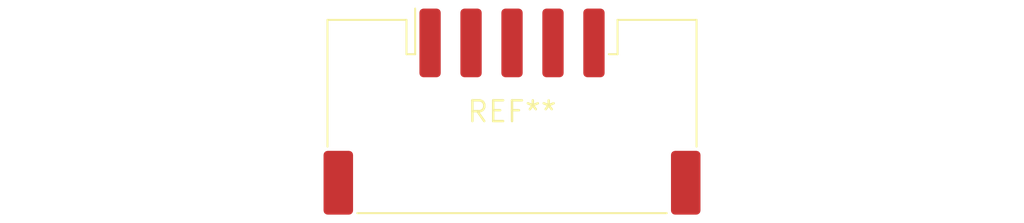
<source format=kicad_pcb>
(kicad_pcb (version 20240108) (generator pcbnew)
  (layers (0 "F.Cu" signal) (31 "B.Cu" signal) (34 "B.Paste" user) (35 "F.Paste" user) (36 "B.SilkS" user "B.Silkscreen") (37 "F.SilkS" user "F.Silkscreen") (38 "B.Mask" user) (39 "F.Mask" user) (44 "Edge.Cuts" user))
  (net 0 "")
  (footprint "JST_XAG_SM05B-XAGKS-BN-TB_1x05-1MP_P2.50mm_Horizontal" (layer "F.Cu") (at 0 0)
    (property "Reference" "REF**")
    (property "Value" "JST_XAG_SM05B-XAGKS-BN-TB_1x05-1MP_P2.50mm_Horizontal")
    (fp_line (start -11.26 -5.61) (end -6.44 -5.61) (layer "F.SilkS") (stroke (width 0.12)))
    (fp_line (start -11.26 2.14) (end -11.26 -5.61) (layer "F.SilkS") (stroke (width 0.12)))
    (fp_line (start -9.44 6.21) (end 9.44 6.21) (layer "F.SilkS") (stroke (width 0.12)))
    (fp_line (start -6.44 -5.61) (end -6.44 -3.51) (layer "F.SilkS") (stroke (width 0.12)))
    (fp_line (start -6.44 -3.51) (end -5.91 -3.51) (layer "F.SilkS") (stroke (width 0.12)))
    (fp_line (start -5.91 -3.51) (end -5.91 -6.3) (layer "F.SilkS") (stroke (width 0.12)))
    (fp_line (start 6.44 -5.61) (end 6.44 -3.51) (layer "F.SilkS") (stroke (width 0.12)))
    (fp_line (start 6.44 -3.51) (end 5.91 -3.51) (layer "F.SilkS") (stroke (width 0.12)))
    (fp_line (start 11.26 -5.61) (end 6.44 -5.61) (layer "F.SilkS") (stroke (width 0.12)))
    (fp_line (start 11.26 2.14) (end 11.26 -5.61) (layer "F.SilkS") (stroke (width 0.12)))
    (pad "1" smd roundrect (at -5 -4.2) (size 1.3 4.2) (layers "F.Cu" "F.Paste" "F.Mask") (roundrect_rratio 0.192308))
    (pad "2" smd roundrect (at -2.5 -4.2) (size 1.3 4.2) (layers "F.Cu" "F.Paste" "F.Mask") (roundrect_rratio 0.192308))
    (pad "3" smd roundrect (at 0 -4.2) (size 1.3 4.2) (layers "F.Cu" "F.Paste" "F.Mask") (roundrect_rratio 0.192308))
    (pad "4" smd roundrect (at 2.5 -4.2) (size 1.3 4.2) (layers "F.Cu" "F.Paste" "F.Mask") (roundrect_rratio 0.192308))
    (pad "5" smd roundrect (at 5 -4.2) (size 1.3 4.2) (layers "F.Cu" "F.Paste" "F.Mask") (roundrect_rratio 0.192308))
    (pad "MP" smd roundrect (at -10.6 4.35) (size 1.8 3.9) (layers "F.Cu" "F.Paste" "F.Mask") (roundrect_rratio 0.138889))
    (pad "MP" smd roundrect (at 10.6 4.35) (size 1.8 3.9) (layers "F.Cu" "F.Paste" "F.Mask") (roundrect_rratio 0.138889))
  )
)
</source>
